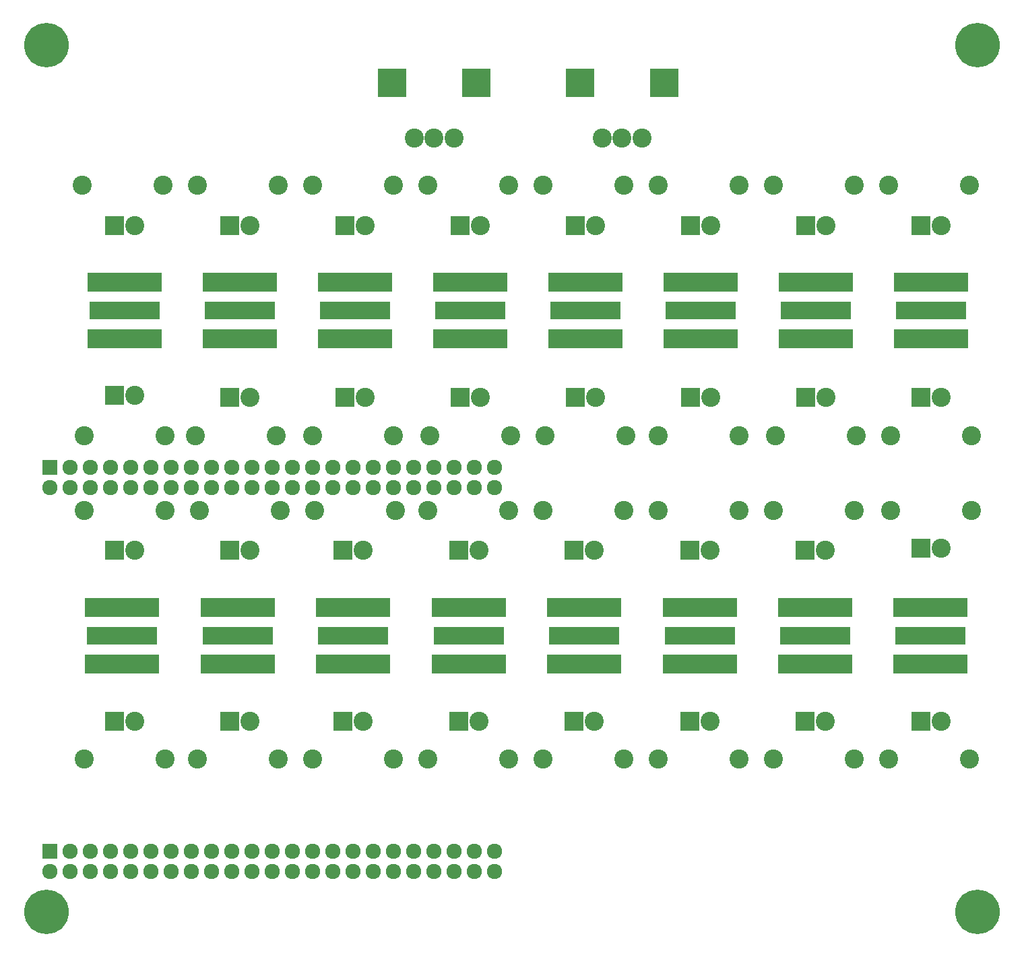
<source format=gbr>
G04 #@! TF.FileFunction,Soldermask,Top*
%FSLAX46Y46*%
G04 Gerber Fmt 4.6, Leading zero omitted, Abs format (unit mm)*
G04 Created by KiCad (PCBNEW 0.201508280901+6131~28~ubuntu14.04.1-product) date Tue 03 Nov 2015 05:06:43 PM COT*
%MOMM*%
G01*
G04 APERTURE LIST*
%ADD10C,0.100000*%
%ADD11C,5.600000*%
%ADD12R,2.400000X2.400000*%
%ADD13C,2.400000*%
%ADD14C,2.398980*%
%ADD15R,1.924000X1.924000*%
%ADD16C,1.924000*%
%ADD17R,3.600000X3.600000*%
%ADD18R,9.400000X2.400000*%
%ADD19R,8.800000X2.300000*%
G04 APERTURE END LIST*
D10*
D11*
X88000000Y-150000000D03*
X205000000Y-41000000D03*
X88000000Y-41000000D03*
X205000000Y-150000000D03*
D12*
X197884000Y-63724000D03*
D13*
X200424000Y-63724000D03*
D12*
X183406000Y-63724000D03*
D13*
X185946000Y-63724000D03*
D12*
X168928000Y-63724000D03*
D13*
X171468000Y-63724000D03*
D12*
X154450000Y-63724000D03*
D13*
X156990000Y-63724000D03*
D12*
X139972000Y-63724000D03*
D13*
X142512000Y-63724000D03*
D12*
X125494000Y-63724000D03*
D13*
X128034000Y-63724000D03*
D12*
X111016000Y-63724000D03*
D13*
X113556000Y-63724000D03*
D12*
X96538000Y-63724000D03*
D13*
X99078000Y-63724000D03*
D12*
X197850000Y-104278000D03*
D13*
X200390000Y-104278000D03*
D12*
X183334000Y-104528000D03*
D13*
X185874000Y-104528000D03*
D12*
X168818000Y-104528000D03*
D13*
X171358000Y-104528000D03*
D12*
X154302000Y-104528000D03*
D13*
X156842000Y-104528000D03*
D12*
X139786000Y-104528000D03*
D13*
X142326000Y-104528000D03*
D12*
X125270000Y-104528000D03*
D13*
X127810000Y-104528000D03*
D12*
X111008000Y-104528000D03*
D13*
X113548000Y-104528000D03*
D12*
X96492000Y-104528000D03*
D13*
X99032000Y-104528000D03*
D12*
X197884000Y-85314000D03*
D13*
X200424000Y-85314000D03*
D12*
X183406000Y-85314000D03*
D13*
X185946000Y-85314000D03*
D12*
X168928000Y-85314000D03*
D13*
X171468000Y-85314000D03*
D12*
X154450000Y-85314000D03*
D13*
X156990000Y-85314000D03*
D12*
X139972000Y-85314000D03*
D13*
X142512000Y-85314000D03*
D12*
X125494000Y-85314000D03*
D13*
X128034000Y-85314000D03*
D12*
X111016000Y-85314000D03*
D13*
X113556000Y-85314000D03*
D12*
X96538000Y-85060000D03*
D13*
X99078000Y-85060000D03*
D12*
X197850000Y-126028000D03*
D13*
X200390000Y-126028000D03*
D12*
X183334000Y-126028000D03*
D13*
X185874000Y-126028000D03*
D12*
X168818000Y-126028000D03*
D13*
X171358000Y-126028000D03*
D12*
X154302000Y-126028000D03*
D13*
X156842000Y-126028000D03*
D12*
X139786000Y-126028000D03*
D13*
X142326000Y-126028000D03*
D12*
X125270000Y-126028000D03*
D13*
X127810000Y-126028000D03*
D12*
X111008000Y-126028000D03*
D13*
X113548000Y-126028000D03*
D12*
X96492000Y-126028000D03*
D13*
X99032000Y-126028000D03*
D14*
X193820000Y-58644000D03*
X203980000Y-58644000D03*
X179342000Y-58644000D03*
X189502000Y-58644000D03*
X164864000Y-58644000D03*
X175024000Y-58644000D03*
X160546000Y-58644000D03*
X150386000Y-58644000D03*
X135908000Y-58644000D03*
X146068000Y-58644000D03*
X121430000Y-58644000D03*
X131590000Y-58644000D03*
X106952000Y-58644000D03*
X117112000Y-58644000D03*
X92474000Y-58644000D03*
X102634000Y-58644000D03*
X204234000Y-90140000D03*
X194074000Y-90140000D03*
X189756000Y-90140000D03*
X179596000Y-90140000D03*
X175024000Y-90140000D03*
X164864000Y-90140000D03*
X160800000Y-90140000D03*
X150640000Y-90140000D03*
X136162000Y-90140000D03*
X146322000Y-90140000D03*
X121430000Y-90140000D03*
X131590000Y-90140000D03*
X106698000Y-90140000D03*
X116858000Y-90140000D03*
X92728000Y-90140000D03*
X102888000Y-90140000D03*
X194074000Y-99538000D03*
X204234000Y-99538000D03*
X179342000Y-99538000D03*
X189502000Y-99538000D03*
X164864000Y-99538000D03*
X175024000Y-99538000D03*
X150386000Y-99538000D03*
X160546000Y-99538000D03*
X135908000Y-99538000D03*
X146068000Y-99538000D03*
X121684000Y-99538000D03*
X131844000Y-99538000D03*
X107206000Y-99538000D03*
X117366000Y-99538000D03*
X102888000Y-99538000D03*
X92728000Y-99538000D03*
X193820000Y-130780000D03*
X203980000Y-130780000D03*
X179342000Y-130780000D03*
X189502000Y-130780000D03*
X175024000Y-130780000D03*
X164864000Y-130780000D03*
X160546000Y-130780000D03*
X150386000Y-130780000D03*
X146068000Y-130780000D03*
X135908000Y-130780000D03*
X131590000Y-130780000D03*
X121430000Y-130780000D03*
X117112000Y-130780000D03*
X106952000Y-130780000D03*
X102888000Y-130780000D03*
X92728000Y-130780000D03*
D15*
X88435000Y-142415000D03*
D16*
X88435000Y-144955000D03*
X90975000Y-142415000D03*
X90975000Y-144955000D03*
X93515000Y-142415000D03*
X93515000Y-144955000D03*
X96055000Y-142415000D03*
X96055000Y-144955000D03*
X98595000Y-142415000D03*
X98595000Y-144955000D03*
X101135000Y-142415000D03*
X101135000Y-144955000D03*
X103675000Y-142415000D03*
X103675000Y-144955000D03*
X106215000Y-142415000D03*
X106215000Y-144955000D03*
X108755000Y-142415000D03*
X108755000Y-144955000D03*
X111295000Y-142415000D03*
X111295000Y-144955000D03*
X113835000Y-142415000D03*
X113835000Y-144955000D03*
X116375000Y-142415000D03*
X116375000Y-144955000D03*
X118915000Y-142415000D03*
X118915000Y-144955000D03*
X121455000Y-142415000D03*
X121455000Y-144955000D03*
X123995000Y-142415000D03*
X123995000Y-144955000D03*
X126535000Y-142415000D03*
X126535000Y-144955000D03*
X129075000Y-142415000D03*
X129075000Y-144955000D03*
X131615000Y-142415000D03*
X131615000Y-144955000D03*
X134155000Y-142415000D03*
X134155000Y-144955000D03*
X136695000Y-142415000D03*
X136695000Y-144955000D03*
X139235000Y-142415000D03*
X139235000Y-144955000D03*
X141775000Y-142415000D03*
X141775000Y-144955000D03*
X144315000Y-142415000D03*
X144315000Y-144955000D03*
X88435000Y-96695000D03*
X90975000Y-94155000D03*
X90975000Y-96695000D03*
X93515000Y-94155000D03*
X93515000Y-96695000D03*
X96055000Y-94155000D03*
X96055000Y-96695000D03*
X98595000Y-94155000D03*
X98595000Y-96695000D03*
X101135000Y-94155000D03*
X101135000Y-96695000D03*
X103675000Y-94155000D03*
X103675000Y-96695000D03*
X106215000Y-94155000D03*
X106215000Y-96695000D03*
X108755000Y-94155000D03*
X108755000Y-96695000D03*
X111295000Y-94155000D03*
X111295000Y-96695000D03*
X113835000Y-94155000D03*
X113835000Y-96695000D03*
X116375000Y-94155000D03*
X116375000Y-96695000D03*
X118915000Y-94155000D03*
X118915000Y-96695000D03*
X121455000Y-94155000D03*
X121455000Y-96695000D03*
X123995000Y-94155000D03*
X123995000Y-96695000D03*
X126535000Y-94155000D03*
X126535000Y-96695000D03*
X129075000Y-94155000D03*
X129075000Y-96695000D03*
X131615000Y-94155000D03*
X131615000Y-96695000D03*
X134155000Y-94155000D03*
X134155000Y-96695000D03*
X136695000Y-94155000D03*
X136695000Y-96695000D03*
X139235000Y-94155000D03*
X139235000Y-96695000D03*
X141775000Y-94155000D03*
X141775000Y-96695000D03*
X144315000Y-94155000D03*
X144315000Y-96695000D03*
D15*
X88435000Y-94155000D03*
D17*
X141970000Y-45750000D03*
D13*
X139170000Y-52750000D03*
X136670000Y-52750000D03*
X134170000Y-52750000D03*
D17*
X131370000Y-45750000D03*
X165592000Y-45750000D03*
D13*
X162792000Y-52750000D03*
X160292000Y-52750000D03*
X157792000Y-52750000D03*
D17*
X154992000Y-45750000D03*
D18*
X199154000Y-70842000D03*
X199154000Y-77942000D03*
D19*
X199154000Y-74392000D03*
D18*
X184676000Y-70842000D03*
X184676000Y-77942000D03*
D19*
X184676000Y-74392000D03*
D18*
X170198000Y-70842000D03*
X170198000Y-77942000D03*
D19*
X170198000Y-74392000D03*
D18*
X155720000Y-70842000D03*
X155720000Y-77942000D03*
D19*
X155720000Y-74392000D03*
D18*
X141242000Y-70842000D03*
X141242000Y-77942000D03*
D19*
X141242000Y-74392000D03*
D18*
X126764000Y-70842000D03*
X126764000Y-77942000D03*
D19*
X126764000Y-74392000D03*
D18*
X112286000Y-70842000D03*
X112286000Y-77942000D03*
D19*
X112286000Y-74392000D03*
D18*
X199100000Y-111728000D03*
X199100000Y-118828000D03*
D19*
X199100000Y-115278000D03*
D18*
X184584000Y-111728000D03*
X184584000Y-118828000D03*
D19*
X184584000Y-115278000D03*
D18*
X170068000Y-111728000D03*
X170068000Y-118828000D03*
D19*
X170068000Y-115278000D03*
D18*
X155552000Y-111728000D03*
X155552000Y-118828000D03*
D19*
X155552000Y-115278000D03*
D18*
X141036000Y-111728000D03*
X141036000Y-118828000D03*
D19*
X141036000Y-115278000D03*
D18*
X126520000Y-111728000D03*
X126520000Y-118828000D03*
D19*
X126520000Y-115278000D03*
D18*
X112004000Y-111728000D03*
X112004000Y-118828000D03*
D19*
X112004000Y-115278000D03*
D18*
X97450000Y-111730000D03*
X97450000Y-118830000D03*
D19*
X97450000Y-115280000D03*
D18*
X97808000Y-70842000D03*
X97808000Y-77942000D03*
D19*
X97808000Y-74392000D03*
M02*

</source>
